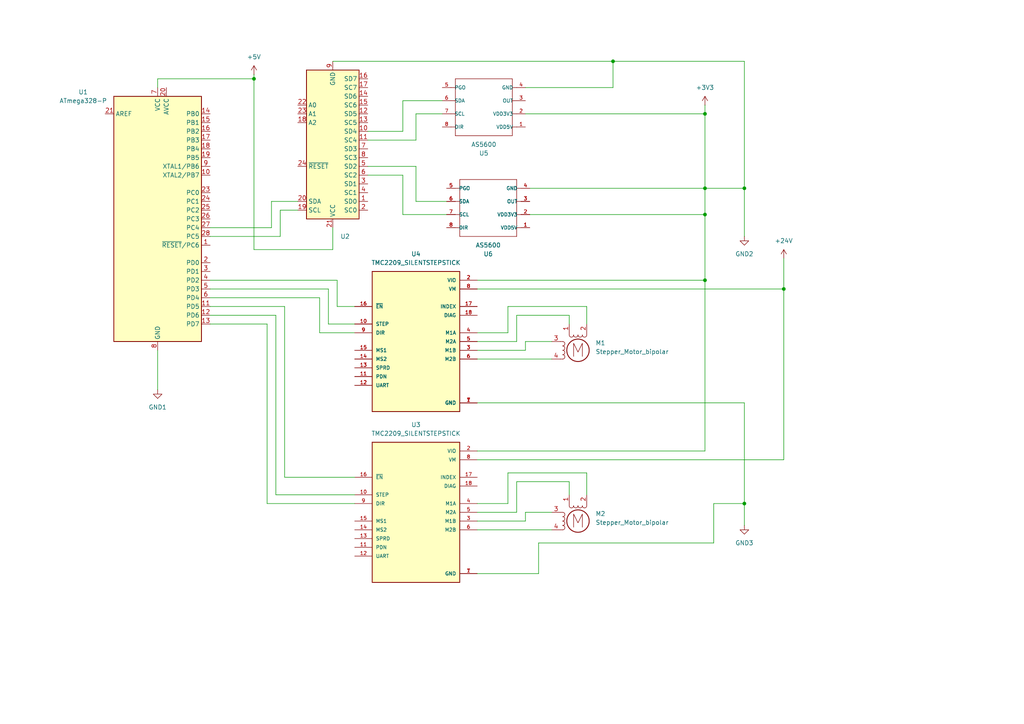
<source format=kicad_sch>
(kicad_sch (version 20231120) (generator "eeschema") (generator_version "8.0")
  (paper "A4")
  (lib_symbols
    (symbol "AS5600:AS5600" (pin_names (offset 1.016))
      (property "Reference" "U" (at -7.62 10.16 0))
      (property "Value" "AS5600" (at -7.62 8.89 0))
      (symbol "AS5600_0_0"
        (polyline (pts (xy -7.62 -7.62) (xy -7.62 -5.08)) (stroke (width 0.1524)))
        (polyline (pts (xy -7.62 -5.08) (xy -8.89 -5.08)) (stroke (width 0.1524)))
        (polyline (pts (xy -7.62 -5.08) (xy -7.62 -1.27)) (stroke (width 0.1524)))
        (polyline (pts (xy -7.62 -1.27) (xy -8.89 -1.27)) (stroke (width 0.1524)))
        (polyline (pts (xy -7.62 -1.27) (xy -7.62 2.54)) (stroke (width 0.1524)))
        (polyline (pts (xy -7.62 2.54) (xy -8.89 2.54)) (stroke (width 0.1524)))
        (polyline (pts (xy -7.62 2.54) (xy -7.62 6.35)) (stroke (width 0.1524)))
        (polyline (pts (xy -7.62 6.35) (xy -8.89 6.35)) (stroke (width 0.1524)))
        (polyline (pts (xy -7.62 6.35) (xy -7.62 8.89)) (stroke (width 0.1524)))
        (polyline (pts (xy -7.62 8.89) (xy 8.89 8.89)) (stroke (width 0.1524)))
        (polyline (pts (xy 8.89 -7.62) (xy -7.62 -7.62)) (stroke (width 0.1524)))
        (polyline (pts (xy 8.89 -5.08) (xy 8.89 -7.62)) (stroke (width 0.1524)))
        (polyline (pts (xy 8.89 -1.27) (xy 8.89 -5.08)) (stroke (width 0.1524)))
        (polyline (pts (xy 8.89 2.54) (xy 8.89 -1.27)) (stroke (width 0.1524)))
        (polyline (pts (xy 8.89 6.35) (xy 8.89 2.54)) (stroke (width 0.1524)))
        (polyline (pts (xy 8.89 8.89) (xy 8.89 6.35)) (stroke (width 0.1524)))
        (polyline (pts (xy 10.16 -5.08) (xy 8.89 -5.08)) (stroke (width 0.1524)))
        (polyline (pts (xy 10.16 -1.27) (xy 8.89 -1.27)) (stroke (width 0.1524)))
        (polyline (pts (xy 10.16 2.54) (xy 8.89 2.54)) (stroke (width 0.1524)))
        (polyline (pts (xy 10.16 6.35) (xy 8.89 6.35)) (stroke (width 0.1524)))
        (pin bidirectional line (at -11.43 6.35 0) (length 2.54) (name "VDD5V") (number "1"))
        (pin bidirectional line (at -11.43 2.54 0) (length 2.54) (name "VDD3V3") (number "2"))
        (pin bidirectional line (at -11.43 -1.27 0) (length 2.54) (name "OUT") (number "3"))
        (pin bidirectional line (at -11.43 -5.08 0) (length 2.54) (name "GND") (number "4"))
        (pin bidirectional line (at 12.7 -5.08 180) (length 2.54) (name "PGO") (number "5"))
        (pin bidirectional line (at 12.7 -1.27 180) (length 2.54) (name "SDA") (number "6"))
        (pin bidirectional line (at 12.7 2.54 180) (length 2.54) (name "SCL") (number "7"))
        (pin bidirectional line (at 12.7 6.35 180) (length 2.54) (name "DIR") (number "8"))
      )
    )
    (symbol "Interface_Expansion:TCA9548AMRGER"
      (property "Reference" "U" (at -7.62 21.59 0))
      (property "Value" "TCA9548AMRGER" (at 1.016 21.59 0))
      (symbol "TCA9548AMRGER_0_1"
        (rectangle (start -7.62 20.32) (end 7.62 -22.86) (stroke (width 0.254)) (fill (type background)))
      )
      (symbol "TCA9548AMRGER_1_1"
        (pin bidirectional line (at 10.16 15.24 180) (length 2.54) (name "SD0") (number "1"))
        (pin bidirectional line (at 10.16 -5.08 180) (length 2.54) (name "SD4") (number "10"))
        (pin output line (at 10.16 -2.54 180) (length 2.54) (name "SC4") (number "11"))
        (pin bidirectional line (at 10.16 -10.16 180) (length 2.54) (name "SD5") (number "12"))
        (pin output line (at 10.16 -7.62 180) (length 2.54) (name "SC5") (number "13"))
        (pin bidirectional line (at 10.16 -15.24 180) (length 2.54) (name "SD6") (number "14"))
        (pin output line (at 10.16 -12.7 180) (length 2.54) (name "SC6") (number "15"))
        (pin bidirectional line (at 10.16 -20.32 180) (length 2.54) (name "SD7") (number "16"))
        (pin output line (at 10.16 -17.78 180) (length 2.54) (name "SC7") (number "17"))
        (pin input line (at -10.16 -7.62 0) (length 2.54) (name "A2") (number "18"))
        (pin input line (at -10.16 17.78 0) (length 2.54) (name "SCL") (number "19"))
        (pin output line (at 10.16 17.78 180) (length 2.54) (name "SC0") (number "2"))
        (pin bidirectional line (at -10.16 15.24 0) (length 2.54) (name "SDA") (number "20"))
        (pin power_in line (at 0 22.86 270) (length 2.54) (name "VCC") (number "21"))
        (pin input line (at -10.16 -12.7 0) (length 2.54) (name "A0") (number "22"))
        (pin input line (at -10.16 -10.16 0) (length 2.54) (name "A1") (number "23"))
        (pin input line (at -10.16 5.08 0) (length 2.54) (name "~{RESET}") (number "24"))
        (pin no_connect line (at -7.62 -15.24 0) (length 2.54) hide (name "1EP") (number "25"))
        (pin bidirectional line (at 10.16 10.16 180) (length 2.54) (name "SD1") (number "3"))
        (pin output line (at 10.16 12.7 180) (length 2.54) (name "SC1") (number "4"))
        (pin bidirectional line (at 10.16 5.08 180) (length 2.54) (name "SD2") (number "5"))
        (pin output line (at 10.16 7.62 180) (length 2.54) (name "SC2") (number "6"))
        (pin bidirectional line (at 10.16 0 180) (length 2.54) (name "SD3") (number "7"))
        (pin output line (at 10.16 2.54 180) (length 2.54) (name "SC3") (number "8"))
        (pin power_in line (at 0 -25.4 90) (length 2.54) (name "GND") (number "9"))
      )
    )
    (symbol "MCU_Microchip_ATmega:ATmega328-P"
      (property "Reference" "U" (at -12.7 36.83 0))
      (property "Value" "ATmega328-P" (at 2.54 -36.83 0))
      (symbol "ATmega328-P_0_1"
        (rectangle (start -12.7 -35.56) (end 12.7 35.56) (stroke (width 0.254)) (fill (type background)))
      )
      (symbol "ATmega328-P_1_1"
        (pin bidirectional line (at 15.24 -7.62 180) (length 2.54) (name "~{RESET}/PC6") (number "1"))
        (pin bidirectional line (at 15.24 12.7 180) (length 2.54) (name "XTAL2/PB7") (number "10"))
        (pin bidirectional line (at 15.24 -25.4 180) (length 2.54) (name "PD5") (number "11"))
        (pin bidirectional line (at 15.24 -27.94 180) (length 2.54) (name "PD6") (number "12"))
        (pin bidirectional line (at 15.24 -30.48 180) (length 2.54) (name "PD7") (number "13"))
        (pin bidirectional line (at 15.24 30.48 180) (length 2.54) (name "PB0") (number "14"))
        (pin bidirectional line (at 15.24 27.94 180) (length 2.54) (name "PB1") (number "15"))
        (pin bidirectional line (at 15.24 25.4 180) (length 2.54) (name "PB2") (number "16"))
        (pin bidirectional line (at 15.24 22.86 180) (length 2.54) (name "PB3") (number "17"))
        (pin bidirectional line (at 15.24 20.32 180) (length 2.54) (name "PB4") (number "18"))
        (pin bidirectional line (at 15.24 17.78 180) (length 2.54) (name "PB5") (number "19"))
        (pin bidirectional line (at 15.24 -12.7 180) (length 2.54) (name "PD0") (number "2"))
        (pin power_in line (at 2.54 38.1 270) (length 2.54) (name "AVCC") (number "20"))
        (pin passive line (at -15.24 30.48 0) (length 2.54) (name "AREF") (number "21"))
        (pin passive line (at 0 -38.1 90) (length 2.54) hide (name "GND") (number "22"))
        (pin bidirectional line (at 15.24 7.62 180) (length 2.54) (name "PC0") (number "23"))
        (pin bidirectional line (at 15.24 5.08 180) (length 2.54) (name "PC1") (number "24"))
        (pin bidirectional line (at 15.24 2.54 180) (length 2.54) (name "PC2") (number "25"))
        (pin bidirectional line (at 15.24 0 180) (length 2.54) (name "PC3") (number "26"))
        (pin bidirectional line (at 15.24 -2.54 180) (length 2.54) (name "PC4") (number "27"))
        (pin bidirectional line (at 15.24 -5.08 180) (length 2.54) (name "PC5") (number "28"))
        (pin bidirectional line (at 15.24 -15.24 180) (length 2.54) (name "PD1") (number "3"))
        (pin bidirectional line (at 15.24 -17.78 180) (length 2.54) (name "PD2") (number "4"))
        (pin bidirectional line (at 15.24 -20.32 180) (length 2.54) (name "PD3") (number "5"))
        (pin bidirectional line (at 15.24 -22.86 180) (length 2.54) (name "PD4") (number "6"))
        (pin power_in line (at 0 38.1 270) (length 2.54) (name "VCC") (number "7"))
        (pin power_in line (at 0 -38.1 90) (length 2.54) (name "GND") (number "8"))
        (pin bidirectional line (at 15.24 15.24 180) (length 2.54) (name "XTAL1/PB6") (number "9"))
      )
    )
    (symbol "Motor:Stepper_Motor_bipolar" (pin_names (offset 0) hide)
      (property "Reference" "M" (at 3.81 2.54 0))
      (property "Value" "Stepper_Motor_bipolar" (at 3.81 1.27 0))
      (symbol "Stepper_Motor_bipolar_0_0"
        (polyline (pts (xy -1.27 -1.778) (xy -1.27 2.032) (xy 0 -0.508) (xy 1.27 2.032) (xy 1.27 -1.778)))
      )
      (symbol "Stepper_Motor_bipolar_0_1"
        (arc (start -4.445 -2.54) (mid -3.8127 -1.905) (end -4.445 -1.27))
        (arc (start -4.445 -1.27) (mid -3.8127 -0.635) (end -4.445 0))
        (arc (start -4.445 0) (mid -3.8127 0.635) (end -4.445 1.27))
        (arc (start -4.445 1.27) (mid -3.8127 1.905) (end -4.445 2.54))
        (arc (start -2.54 4.445) (mid -1.905 3.8127) (end -1.27 4.445))
        (arc (start -1.27 4.445) (mid -0.635 3.8127) (end 0 4.445))
        (polyline (pts (xy -5.08 -2.54) (xy -4.445 -2.54)))
        (polyline (pts (xy -5.08 2.54) (xy -4.445 2.54)))
        (polyline (pts (xy -2.54 5.08) (xy -2.54 4.445)))
        (polyline (pts (xy 2.54 5.08) (xy 2.54 4.445)))
        (circle (center 0 0) (radius 3.2512) (stroke (width 0.254)))
        (arc (start 0 4.445) (mid 0.635 3.8127) (end 1.27 4.445))
        (arc (start 1.27 4.445) (mid 1.905 3.8127) (end 2.54 4.445))
      )
      (symbol "Stepper_Motor_bipolar_1_1"
        (pin passive line (at -2.54 7.62 270) (length 2.54) (name "~") (number "1"))
        (pin passive line (at 2.54 7.62 270) (length 2.54) (name "-") (number "2"))
        (pin passive line (at -7.62 2.54 0) (length 2.54) (name "~") (number "3"))
        (pin passive line (at -7.62 -2.54 0) (length 2.54) (name "~") (number "4"))
      )
    )
    (symbol "TMC2209_SILENTSTEPSTICK:TMC2209_SILENTSTEPSTICK" (pin_names (offset 1.016))
      (property "Reference" "U" (at -12.7 22.86 0))
      (property "Value" "TMC2209_SILENTSTEPSTICK" (at -12.7 -22.86 0))
      (symbol "TMC2209_SILENTSTEPSTICK_0_0"
        (rectangle (start -12.7 -20.32) (end 12.7 20.32) (stroke (width 0.254)) (fill (type background)))
        (pin power_in line (at 17.78 -17.78 180) (length 5.08) (name "GND") (number "1"))
        (pin input line (at -17.78 5.08 0) (length 5.08) (name "STEP") (number "10"))
        (pin bidirectional line (at -17.78 -10.16 0) (length 5.08) (name "PDN") (number "11"))
        (pin bidirectional line (at -17.78 -12.7 0) (length 5.08) (name "UART") (number "12"))
        (pin input line (at -17.78 -7.62 0) (length 5.08) (name "SPRD") (number "13"))
        (pin input line (at -17.78 -5.08 0) (length 5.08) (name "MS2") (number "14"))
        (pin input line (at -17.78 -2.54 0) (length 5.08) (name "MS1") (number "15"))
        (pin input line (at -17.78 10.16 0) (length 5.08) (name "~{EN}") (number "16"))
        (pin output line (at 17.78 10.16 180) (length 5.08) (name "INDEX") (number "17"))
        (pin output line (at 17.78 7.62 180) (length 5.08) (name "DIAG") (number "18"))
        (pin power_in line (at 17.78 17.78 180) (length 5.08) (name "VIO") (number "2"))
        (pin output line (at 17.78 -2.54 180) (length 5.08) (name "M1B") (number "3"))
        (pin output line (at 17.78 2.54 180) (length 5.08) (name "M1A") (number "4"))
        (pin output line (at 17.78 0 180) (length 5.08) (name "M2A") (number "5"))
        (pin output line (at 17.78 -5.08 180) (length 5.08) (name "M2B") (number "6"))
        (pin power_in line (at 17.78 -17.78 180) (length 5.08) (name "GND") (number "7"))
        (pin power_in line (at 17.78 15.24 180) (length 5.08) (name "VM") (number "8"))
        (pin input line (at -17.78 2.54 0) (length 5.08) (name "DIR") (number "9"))
      )
    )
    (symbol "power:+24V" (power) (pin_numbers hide) (pin_names (offset 0) hide)
      (property "Value" "+24V" (at 0 3.556 0))
      (symbol "+24V_0_1"
        (polyline (pts (xy -0.762 1.27) (xy 0 2.54)))
        (polyline (pts (xy 0 0) (xy 0 2.54)))
        (polyline (pts (xy 0 2.54) (xy 0.762 1.27)))
      )
      (symbol "+24V_1_1"
        (pin power_in line (at 0 0 90) (length 0) (name "~") (number "1"))
      )
    )
    (symbol "power:+3V3" (power) (pin_numbers hide) (pin_names (offset 0) hide)
      (property "Value" "+3V3" (at 0 3.556 0))
      (symbol "+3V3_0_1"
        (polyline (pts (xy -0.762 1.27) (xy 0 2.54)))
        (polyline (pts (xy 0 0) (xy 0 2.54)))
        (polyline (pts (xy 0 2.54) (xy 0.762 1.27)))
      )
      (symbol "+3V3_1_1"
        (pin power_in line (at 0 0 90) (length 0) (name "~") (number "1"))
      )
    )
    (symbol "power:+5V" (power) (pin_numbers hide) (pin_names (offset 0) hide)
      (property "Value" "+5V" (at 0 3.556 0))
      (symbol "+5V_0_1"
        (polyline (pts (xy -0.762 1.27) (xy 0 2.54)))
        (polyline (pts (xy 0 0) (xy 0 2.54)))
        (polyline (pts (xy 0 2.54) (xy 0.762 1.27)))
      )
      (symbol "+5V_1_1"
        (pin power_in line (at 0 0 90) (length 0) (name "~") (number "1"))
      )
    )
    (symbol "power:GND1" (power) (pin_numbers hide) (pin_names (offset 0) hide)
      (property "Value" "GND1" (at 0 -3.81 0))
      (symbol "GND1_0_1"
        (polyline (pts (xy 0 0) (xy 0 -1.27) (xy 1.27 -1.27) (xy 0 -2.54) (xy -1.27 -1.27) (xy 0 -1.27)))
      )
      (symbol "GND1_1_1"
        (pin power_in line (at 0 0 270) (length 0) (name "~") (number "1"))
      )
    )
    (symbol "power:GND2" (power) (pin_numbers hide) (pin_names (offset 0) hide)
      (property "Value" "GND2" (at 0 -3.81 0))
      (symbol "GND2_0_1"
        (polyline (pts (xy 0 0) (xy 0 -1.27) (xy 1.27 -1.27) (xy 0 -2.54) (xy -1.27 -1.27) (xy 0 -1.27)))
      )
      (symbol "GND2_1_1"
        (pin power_in line (at 0 0 270) (length 0) (name "~") (number "1"))
      )
    )
    (symbol "power:GND3" (power) (pin_numbers hide) (pin_names (offset 0) hide)
      (property "Value" "GND3" (at 0 -3.81 0))
      (symbol "GND3_0_1"
        (polyline (pts (xy 0 0) (xy 0 -1.27) (xy 1.27 -1.27) (xy 0 -2.54) (xy -1.27 -1.27) (xy 0 -1.27)))
      )
      (symbol "GND3_1_1"
        (pin power_in line (at 0 0 270) (length 0) (name "~") (number "1"))
      )
    )
  )
  (junction (at 215.9 54.61))
  (junction (at 204.47 54.61))
  (junction (at 227.33 83.82))
  (junction (at 177.8 17.78))
  (junction (at 204.47 62.23))
  (junction (at 73.66 22.86))
  (junction (at 204.47 81.28))
  (junction (at 215.9 146.05))
  (junction (at 204.47 33.02))
  (wire (pts (xy 86.36 58.42) (xy 78.74 58.42)))
  (wire (pts (xy 138.43 116.84) (xy 215.9 116.84)))
  (wire (pts (xy 138.43 133.35) (xy 227.33 133.35)))
  (wire (pts (xy 92.71 96.52) (xy 102.87 96.52)))
  (wire (pts (xy 116.84 50.8) (xy 116.84 62.23)))
  (wire (pts (xy 45.72 22.86) (xy 73.66 22.86)))
  (wire (pts (xy 215.9 54.61) (xy 215.9 68.58)))
  (wire (pts (xy 153.67 62.23) (xy 204.47 62.23)))
  (wire (pts (xy 77.47 93.98) (xy 77.47 146.05)))
  (wire (pts (xy 152.4 25.4) (xy 177.8 25.4)))
  (wire (pts (xy 120.65 33.02) (xy 120.65 40.64)))
  (wire (pts (xy 97.79 81.28) (xy 97.79 88.9)))
  (wire (pts (xy 60.96 88.9) (xy 82.55 88.9)))
  (wire (pts (xy 153.67 54.61) (xy 204.47 54.61)))
  (wire (pts (xy 60.96 66.04) (xy 78.74 66.04)))
  (wire (pts (xy 149.86 148.59) (xy 149.86 139.7)))
  (wire (pts (xy 129.54 58.42) (xy 120.65 58.42)))
  (wire (pts (xy 207.01 146.05) (xy 215.9 146.05)))
  (wire (pts (xy 60.96 81.28) (xy 97.79 81.28)))
  (wire (pts (xy 147.32 88.9) (xy 170.18 88.9)))
  (wire (pts (xy 156.21 166.37) (xy 156.21 157.48)))
  (wire (pts (xy 156.21 157.48) (xy 207.01 157.48)))
  (wire (pts (xy 60.96 83.82) (xy 95.25 83.82)))
  (wire (pts (xy 138.43 96.52) (xy 147.32 96.52)))
  (wire (pts (xy 138.43 146.05) (xy 147.32 146.05)))
  (wire (pts (xy 82.55 138.43) (xy 102.87 138.43)))
  (wire (pts (xy 120.65 58.42) (xy 120.65 48.26)))
  (wire (pts (xy 204.47 62.23) (xy 204.47 54.61)))
  (wire (pts (xy 60.96 86.36) (xy 92.71 86.36)))
  (wire (pts (xy 96.52 17.78) (xy 177.8 17.78)))
  (wire (pts (xy 60.96 93.98) (xy 77.47 93.98)))
  (wire (pts (xy 149.86 91.44) (xy 149.86 99.06)))
  (wire (pts (xy 60.96 91.44) (xy 80.01 91.44)))
  (wire (pts (xy 215.9 116.84) (xy 215.9 146.05)))
  (wire (pts (xy 227.33 83.82) (xy 227.33 133.35)))
  (wire (pts (xy 73.66 22.86) (xy 73.66 72.39)))
  (wire (pts (xy 60.96 68.58) (xy 81.28 68.58)))
  (wire (pts (xy 215.9 17.78) (xy 215.9 54.61)))
  (wire (pts (xy 165.1 139.7) (xy 165.1 143.51)))
  (wire (pts (xy 152.4 148.59) (xy 160.02 148.59)))
  (wire (pts (xy 138.43 151.13) (xy 152.4 151.13)))
  (wire (pts (xy 116.84 62.23) (xy 129.54 62.23)))
  (wire (pts (xy 138.43 81.28) (xy 204.47 81.28)))
  (wire (pts (xy 170.18 88.9) (xy 170.18 93.98)))
  (wire (pts (xy 165.1 93.98) (xy 165.1 91.44)))
  (wire (pts (xy 77.47 146.05) (xy 102.87 146.05)))
  (wire (pts (xy 204.47 62.23) (xy 204.47 81.28)))
  (wire (pts (xy 147.32 96.52) (xy 147.32 88.9)))
  (wire (pts (xy 128.27 33.02) (xy 120.65 33.02)))
  (wire (pts (xy 45.72 101.6) (xy 45.72 113.03)))
  (wire (pts (xy 95.25 93.98) (xy 95.25 83.82)))
  (wire (pts (xy 149.86 139.7) (xy 165.1 139.7)))
  (wire (pts (xy 170.18 143.51) (xy 170.18 137.16)))
  (wire (pts (xy 204.47 33.02) (xy 204.47 54.61)))
  (wire (pts (xy 102.87 93.98) (xy 95.25 93.98)))
  (wire (pts (xy 138.43 166.37) (xy 156.21 166.37)))
  (wire (pts (xy 138.43 99.06) (xy 149.86 99.06)))
  (wire (pts (xy 92.71 86.36) (xy 92.71 96.52)))
  (wire (pts (xy 227.33 74.93) (xy 227.33 83.82)))
  (wire (pts (xy 116.84 38.1) (xy 116.84 29.21)))
  (wire (pts (xy 82.55 88.9) (xy 82.55 138.43)))
  (wire (pts (xy 80.01 91.44) (xy 80.01 143.51)))
  (wire (pts (xy 177.8 17.78) (xy 177.8 25.4)))
  (wire (pts (xy 138.43 153.67) (xy 160.02 153.67)))
  (wire (pts (xy 138.43 148.59) (xy 149.86 148.59)))
  (wire (pts (xy 73.66 22.86) (xy 73.66 21.59)))
  (wire (pts (xy 81.28 60.96) (xy 86.36 60.96)))
  (wire (pts (xy 106.68 38.1) (xy 116.84 38.1)))
  (wire (pts (xy 165.1 91.44) (xy 149.86 91.44)))
  (wire (pts (xy 116.84 29.21) (xy 128.27 29.21)))
  (wire (pts (xy 227.33 83.82) (xy 138.43 83.82)))
  (wire (pts (xy 152.4 33.02) (xy 204.47 33.02)))
  (wire (pts (xy 215.9 146.05) (xy 215.9 152.4)))
  (wire (pts (xy 78.74 66.04) (xy 78.74 58.42)))
  (wire (pts (xy 97.79 88.9) (xy 102.87 88.9)))
  (wire (pts (xy 152.4 101.6) (xy 152.4 99.06)))
  (wire (pts (xy 204.47 81.28) (xy 204.47 130.81)))
  (wire (pts (xy 207.01 157.48) (xy 207.01 146.05)))
  (wire (pts (xy 170.18 137.16) (xy 147.32 137.16)))
  (wire (pts (xy 120.65 48.26) (xy 106.68 48.26)))
  (wire (pts (xy 45.72 25.4) (xy 45.72 22.86)))
  (wire (pts (xy 96.52 66.04) (xy 96.52 72.39)))
  (wire (pts (xy 80.01 143.51) (xy 102.87 143.51)))
  (wire (pts (xy 152.4 99.06) (xy 160.02 99.06)))
  (wire (pts (xy 204.47 54.61) (xy 215.9 54.61)))
  (wire (pts (xy 204.47 130.81) (xy 138.43 130.81)))
  (wire (pts (xy 204.47 30.48) (xy 204.47 33.02)))
  (wire (pts (xy 106.68 40.64) (xy 120.65 40.64)))
  (wire (pts (xy 81.28 68.58) (xy 81.28 60.96)))
  (wire (pts (xy 152.4 151.13) (xy 152.4 148.59)))
  (wire (pts (xy 106.68 50.8) (xy 116.84 50.8)))
  (wire (pts (xy 138.43 101.6) (xy 152.4 101.6)))
  (wire (pts (xy 147.32 137.16) (xy 147.32 146.05)))
  (wire (pts (xy 73.66 72.39) (xy 96.52 72.39)))
  (wire (pts (xy 138.43 104.14) (xy 160.02 104.14)))
  (wire (pts (xy 177.8 17.78) (xy 215.9 17.78)))
  (symbol (lib_id "power:GND2") (at 215.9 68.58 0) (unit 1)
    (property "Reference" "#PWR05" (effects (hide yes)))
    (property "Value" "GND2" (at 215.9 73.66 0))
    (property "Description" "Power symbol creates a global label with name \"GND2\" , ground" (effects (hide yes)))
  )
  (symbol (lib_id "power:GND1") (at 45.72 113.03 0) (unit 1)
    (property "Reference" "#PWR03" (effects (hide yes)))
    (property "Value" "GND1" (at 45.72 118.11 0))
    (property "Description" "Power symbol creates a global label with name \"GND1\" , ground" (effects (hide yes)))
  )
  (symbol (lib_id "Motor:Stepper_Motor_bipolar") (at 167.64 101.6 0) (unit 1)
    (property "Reference" "M1" (at 172.72 99.479 0) (effects (justify left)))
    (property "Value" "Stepper_Motor_bipolar" (at 172.72 102.019 0) (effects (justify left)))
    (property "Datasheet" "http://www.infineon.com/dgdl/Application-Note-TLE8110EE_driving_UniPolarStepperMotor_V1.1.pdf?fileId=db3a30431be39b97011be5d0aa0a00b0" (effects (hide yes)))
    (property "Description" "4-wire bipolar stepper motor" (effects (hide yes)))
  )
  (symbol (lib_id "power:GND3") (at 215.9 152.4 0) (unit 1)
    (property "Reference" "#PWR06" (effects (hide yes)))
    (property "Value" "GND3" (at 215.9 157.48 0))
    (property "Description" "Power symbol creates a global label with name \"GND3\" , ground" (effects (hide yes)))
  )
  (symbol (lib_id "power:+5V") (at 73.66 21.59 0) (unit 1)
    (property "Reference" "#PWR02" (effects (hide yes)))
    (property "Value" "+5V" (at 73.66 16.51 0))
    (property "Description" "Power symbol creates a global label with name \"+5V\"" (effects (hide yes)))
  )
  (symbol (lib_id "Motor:Stepper_Motor_bipolar") (at 167.64 151.13 0) (unit 1)
    (property "Reference" "M2" (at 172.72 149.009 0) (effects (justify left)))
    (property "Value" "Stepper_Motor_bipolar" (at 172.72 151.549 0) (effects (justify left)))
    (property "Datasheet" "http://www.infineon.com/dgdl/Application-Note-TLE8110EE_driving_UniPolarStepperMotor_V1.1.pdf?fileId=db3a30431be39b97011be5d0aa0a00b0" (effects (hide yes)))
    (property "Description" "4-wire bipolar stepper motor" (effects (hide yes)))
  )
  (symbol (lib_id "TMC2209_SILENTSTEPSTICK:TMC2209_SILENTSTEPSTICK") (at 120.65 99.06 0) (unit 1)
    (property "Reference" "U4" (at 120.65 73.66 0))
    (property "Value" "TMC2209_SILENTSTEPSTICK" (at 120.65 76.2 0))
    (property "Footprint" "TMC2209_SILENTSTEPSTICK:MODULE_TMC2209_SILENTSTEPSTICK" (effects (hide yes)))
    (property "MF" "Trinamic Motion Control GmbH" (effects (hide yes)))
    (property "Description_1" "\nTMC2209 Motor Controller/Driver Power Management Evaluation Board\n" (effects (hide yes)))
    (property "Package" "None" (effects (hide yes)))
    (property "Price" "None" (effects (hide yes)))
    (property "Check_prices" "https://www.snapeda.com/parts/TMC2209%20SILENTSTEPSTICK/Trinamic+Motion+Control+GmbH/view-part/?ref=eda" (effects (hide yes)))
    (property "STANDARD" "Manufacturer Recommendations" (effects (hide yes)))
    (property "PARTREV" "1.20" (effects (hide yes)))
    (property "SnapEDA_Link" "https://www.snapeda.com/parts/TMC2209%20SILENTSTEPSTICK/Trinamic+Motion+Control+GmbH/view-part/?ref=snap" (effects (hide yes)))
    (property "MP" "TMC2209 SILENTSTEPSTICK" (effects (hide yes)))
    (property "MANUFACTURER" "Trinamic Motion Control GmbH" (effects (hide yes)))
    (property "Availability" "In Stock" (effects (hide yes)))
    (property "SNAPEDA_PN" "TMC2209 SILENTSTEPSTICK" (effects (hide yes)))
  )
  (symbol (lib_id "MCU_Microchip_ATmega:ATmega328-P") (at 45.72 63.5 0) (unit 1)
    (property "Reference" "U1" (at 24.13 26.7014 0))
    (property "Value" "ATmega328-P" (at 24.13 29.2414 0))
    (property "Footprint" "Package_DIP:DIP-28_W7.62mm" (effects (hide yes)))
    (property "Datasheet" "http://ww1.microchip.com/downloads/en/DeviceDoc/ATmega328_P%20AVR%20MCU%20with%20picoPower%20Technology%20Data%20Sheet%2040001984A.pdf" (effects (hide yes)))
    (property "Description" "20MHz, 32kB Flash, 2kB SRAM, 1kB EEPROM, DIP-28" (effects (hide yes)))
  )
  (symbol (lib_id "Interface_Expansion:TCA9548AMRGER") (at 96.52 43.18 0) (mirror x) (unit 1)
    (property "Reference" "U2" (at 98.7141 68.58 0) (effects (justify left)))
    (property "Value" "TCA9548AMRGER" (effects (hide yes)))
    (property "Footprint" "Package_DFN_QFN:Texas_RGE0024C_VQFN-24-1EP_4x4mm_P0.5mm_EP2.1x2.1mm" (effects (hide yes)))
    (property "Datasheet" "http://www.ti.com/lit/ds/symlink/tca9548a.pdf" (effects (hide yes)))
    (property "Description" "Low voltage 8-channel I2C switch with reset, VQFN-24" (effects (hide yes)))
  )
  (symbol (lib_id "AS5600:AS5600") (at 140.97 30.48 180) (unit 1)
    (property "Reference" "U5" (at 140.335 44.45 0))
    (property "Value" "AS5600" (at 140.335 41.91 0))
    (property "Footprint" "AS5600:AS5600" (effects (hide yes)))
    (property "MF" "Ams AG" (effects (hide yes)))
    (property "Description_1" "\nHall Effect Sensor Rotary Position External Magnet, Not Included Gull Wing\n" (effects (hide yes)))
    (property "Package" "None" (effects (hide yes)))
    (property "Price" "None" (effects (hide yes)))
    (property "SnapEDA_Link" "https://www.snapeda.com/parts/AS5600/ams/view-part/?ref=snap" (effects (hide yes)))
    (property "MP" "AS5600" (effects (hide yes)))
    (property "Availability" "Not in stock" (effects (hide yes)))
    (property "Check_prices" "https://www.snapeda.com/parts/AS5600/ams/view-part/?ref=eda" (effects (hide yes)))
  )
  (symbol (lib_id "AS5600:AS5600") (at 142.24 59.69 180) (unit 1)
    (property "Reference" "U6" (at 141.605 73.66 0))
    (property "Value" "AS5600" (at 141.605 71.12 0))
    (property "Footprint" "AS5600:AS5600" (effects (hide yes)))
    (property "MF" "Ams AG" (effects (hide yes)))
    (property "Description_1" "\nHall Effect Sensor Rotary Position External Magnet, Not Included Gull Wing\n" (effects (hide yes)))
    (property "Package" "None" (effects (hide yes)))
    (property "Price" "None" (effects (hide yes)))
    (property "SnapEDA_Link" "https://www.snapeda.com/parts/AS5600/ams/view-part/?ref=snap" (effects (hide yes)))
    (property "MP" "AS5600" (effects (hide yes)))
    (property "Availability" "Not in stock" (effects (hide yes)))
    (property "Check_prices" "https://www.snapeda.com/parts/AS5600/ams/view-part/?ref=eda" (effects (hide yes)))
  )
  (symbol (lib_id "TMC2209_SILENTSTEPSTICK:TMC2209_SILENTSTEPSTICK") (at 120.65 148.59 0) (unit 1)
    (property "Reference" "U3" (at 120.65 123.19 0))
    (property "Value" "TMC2209_SILENTSTEPSTICK" (at 120.65 125.73 0))
    (property "Footprint" "TMC2209_SILENTSTEPSTICK:MODULE_TMC2209_SILENTSTEPSTICK" (effects (hide yes)))
    (property "MF" "Trinamic Motion Control GmbH" (effects (hide yes)))
    (property "Description_1" "\nTMC2209 Motor Controller/Driver Power Management Evaluation Board\n" (effects (hide yes)))
    (property "Package" "None" (effects (hide yes)))
    (property "Price" "None" (effects (hide yes)))
    (property "Check_prices" "https://www.snapeda.com/parts/TMC2209%20SILENTSTEPSTICK/Trinamic+Motion+Control+GmbH/view-part/?ref=eda" (effects (hide yes)))
    (property "STANDARD" "Manufacturer Recommendations" (effects (hide yes)))
    (property "PARTREV" "1.20" (effects (hide yes)))
    (property "SnapEDA_Link" "https://www.snapeda.com/parts/TMC2209%20SILENTSTEPSTICK/Trinamic+Motion+Control+GmbH/view-part/?ref=snap" (effects (hide yes)))
    (property "MP" "TMC2209 SILENTSTEPSTICK" (effects (hide yes)))
    (property "MANUFACTURER" "Trinamic Motion Control GmbH" (effects (hide yes)))
    (property "Availability" "In Stock" (effects (hide yes)))
    (property "SNAPEDA_PN" "TMC2209 SILENTSTEPSTICK" (effects (hide yes)))
  )
  (symbol (lib_id "power:+24V") (at 227.33 74.93 0) (unit 1)
    (property "Reference" "#PWR04" (effects (hide yes)))
    (property "Value" "+24V" (at 227.33 69.85 0))
    (property "Description" "Power symbol creates a global label with name \"+24V\"" (effects (hide yes)))
  )
  (symbol (lib_id "power:+3V3") (at 204.47 30.48 0) (unit 1)
    (property "Reference" "#PWR01" (effects (hide yes)))
    (property "Value" "+3V3" (at 204.47 25.4 0))
    (property "Description" "Power symbol creates a global label with name \"+3V3\"" (effects (hide yes)))
  )
)
</source>
